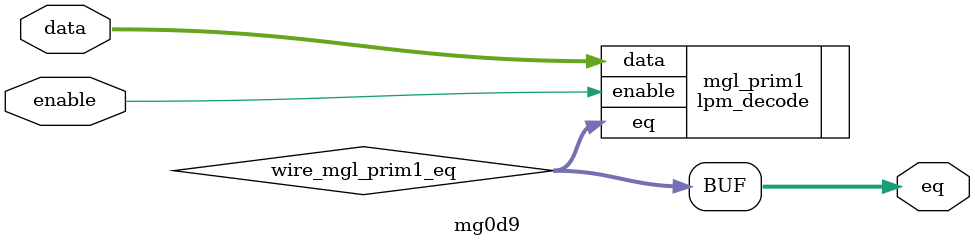
<source format=v>






//synthesis_resources = lpm_decode 1 
//synopsys translate_off
`timescale 1 ps / 1 ps
//synopsys translate_on
module  mg0d9
	( 
	data,
	enable,
	eq) /* synthesis synthesis_clearbox=1 */;
	input   [4:0]  data;
	input   enable;
	output   [31:0]  eq;

	wire  [31:0]   wire_mgl_prim1_eq;

	lpm_decode   mgl_prim1
	( 
	.data(data),
	.enable(enable),
	.eq(wire_mgl_prim1_eq));
	defparam
		mgl_prim1.lpm_decodes = 32,
		mgl_prim1.lpm_type = "LPM_DECODE",
		mgl_prim1.lpm_width = 5;
	assign
		eq = wire_mgl_prim1_eq;
endmodule //mg0d9
//VALID FILE

</source>
